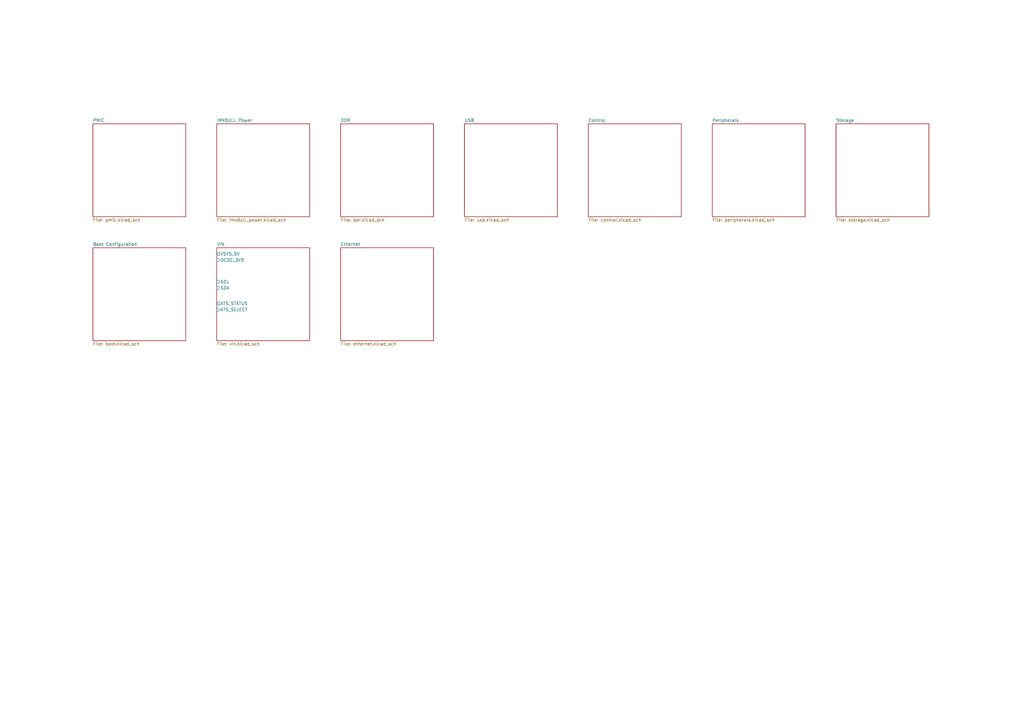
<source format=kicad_sch>
(kicad_sch (version 20211123) (generator eeschema)
  (paper "A3")
  (lib_symbols)
  (sheet (at 139.7 101.6) (size 38.1 38.1) (stroke (width 0.1524))
    (property "Sheet name" "Ethernet" (at 139.7 100.8884 0) (effects (justify left bottom)))
    (property "Sheet file" "ethernet.kicad_sch" (at 139.7 140.2846 0) (effects (justify left top)))
  )
  (sheet (at 292.1 50.8) (size 38.1 38.1) (stroke (width 0.1524))
    (property "Sheet name" "Peripherals" (at 292.1 50.0884 0) (effects (justify left bottom)))
    (property "Sheet file" "peripherals.kicad_sch" (at 292.1 89.4846 0) (effects (justify left top)))
  )
  (sheet (at 190.5 50.8) (size 38.1 38.1) (stroke (width 0.1524))
    (property "Sheet name" "USB" (at 190.5 50.0884 0) (effects (justify left bottom)))
    (property "Sheet file" "usb.kicad_sch" (at 190.5 89.4846 0) (effects (justify left top)))
  )
  (sheet (at 38.1 50.8) (size 38.1 38.1) (stroke (width 0.1524))
    (property "Sheet name" "PMIC" (at 38.1 50.0884 0) (effects (justify left bottom)))
    (property "Sheet file" "pmic.kicad_sch" (at 38.1 89.4846 0) (effects (justify left top)))
  )
  (sheet (at 88.9 50.8) (size 38.1 38.1) (stroke (width 0.1524))
    (property "Sheet name" "IMX6ULL Power" (at 88.9 50.0884 0) (effects (justify left bottom)))
    (property "Sheet file" "imx6ull_power.kicad_sch" (at 88.9 89.4846 0) (effects (justify left top)))
  )
  (sheet (at 38.1 101.6) (size 38.1 38.1) (stroke (width 0.1524))
    (property "Sheet name" "Boot Configuration" (at 38.1 100.8884 0) (effects (justify left bottom)))
    (property "Sheet file" "boot.kicad_sch" (at 38.1 140.2846 0) (effects (justify left top)))
  )
  (sheet (at 88.9 101.6) (size 38.1 38.1) (stroke (width 0.1524))
    (property "Sheet name" "VIN" (at 88.9 100.8884 0) (effects (justify left bottom)))
    (property "Sheet file" "vin.kicad_sch" (at 88.9 140.2846 0) (effects (justify left top)))
    (pin "VSYS_5V" output (at 88.9 104.14 180))
    (pin "ATS_STATUS" output (at 88.9 124.46 180))
    (pin "SCL" input (at 88.9 115.57 180))
    (pin "SDA" input (at 88.9 118.11 180))
    (pin "DCDC_3V3" input (at 88.9 106.68 180))
    (pin "ATS_SELECT" input (at 88.9 127 180))
  )
  (sheet (at 139.7 50.8) (size 38.1 38.1) (stroke (width 0.1524))
    (property "Sheet name" "DDR" (at 139.7 50.0884 0) (effects (justify left bottom)))
    (property "Sheet file" "ddr.kicad_sch" (at 139.7 89.4846 0) (effects (justify left top)))
  )
  (sheet (at 342.9 50.8) (size 38.1 38.1) (stroke (width 0.1524))
    (property "Sheet name" "Storage" (at 342.9 50.0884 0) (effects (justify left bottom)))
    (property "Sheet file" "storage.kicad_sch" (at 342.9 89.4846 0) (effects (justify left top)))
  )
  (sheet (at 241.3 50.8) (size 38.1 38.1) (stroke (width 0.1524))
    (property "Sheet name" "Control" (at 241.3 50.0884 0) (effects (justify left bottom)))
    (property "Sheet file" "control.kicad_sch" (at 241.3 89.4846 0) (effects (justify left top)))
  )
)
</source>
